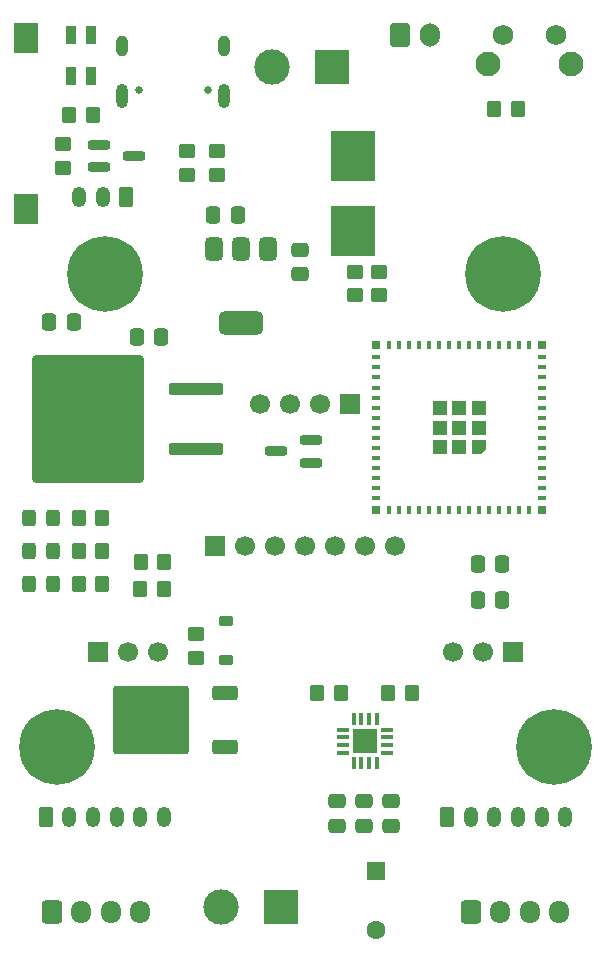
<source format=gbr>
%TF.GenerationSoftware,KiCad,Pcbnew,9.0.4*%
%TF.CreationDate,2025-08-24T10:42:23+02:00*%
%TF.ProjectId,pami_2026,70616d69-5f32-4303-9236-2e6b69636164,rev?*%
%TF.SameCoordinates,Original*%
%TF.FileFunction,Soldermask,Bot*%
%TF.FilePolarity,Negative*%
%FSLAX46Y46*%
G04 Gerber Fmt 4.6, Leading zero omitted, Abs format (unit mm)*
G04 Created by KiCad (PCBNEW 9.0.4) date 2025-08-24 10:42:23*
%MOMM*%
%LPD*%
G01*
G04 APERTURE LIST*
G04 Aperture macros list*
%AMRoundRect*
0 Rectangle with rounded corners*
0 $1 Rounding radius*
0 $2 $3 $4 $5 $6 $7 $8 $9 X,Y pos of 4 corners*
0 Add a 4 corners polygon primitive as box body*
4,1,4,$2,$3,$4,$5,$6,$7,$8,$9,$2,$3,0*
0 Add four circle primitives for the rounded corners*
1,1,$1+$1,$2,$3*
1,1,$1+$1,$4,$5*
1,1,$1+$1,$6,$7*
1,1,$1+$1,$8,$9*
0 Add four rect primitives between the rounded corners*
20,1,$1+$1,$2,$3,$4,$5,0*
20,1,$1+$1,$4,$5,$6,$7,0*
20,1,$1+$1,$6,$7,$8,$9,0*
20,1,$1+$1,$8,$9,$2,$3,0*%
%AMOutline5P*
0 Free polygon, 5 corners , with rotation*
0 The origin of the aperture is its center*
0 number of corners: always 5*
0 $1 to $10 corner X, Y*
0 $11 Rotation angle, in degrees counterclockwise*
0 create outline with 5 corners*
4,1,5,$1,$2,$3,$4,$5,$6,$7,$8,$9,$10,$1,$2,$11*%
%AMOutline6P*
0 Free polygon, 6 corners , with rotation*
0 The origin of the aperture is its center*
0 number of corners: always 6*
0 $1 to $12 corner X, Y*
0 $13 Rotation angle, in degrees counterclockwise*
0 create outline with 6 corners*
4,1,6,$1,$2,$3,$4,$5,$6,$7,$8,$9,$10,$11,$12,$1,$2,$13*%
%AMOutline7P*
0 Free polygon, 7 corners , with rotation*
0 The origin of the aperture is its center*
0 number of corners: always 7*
0 $1 to $14 corner X, Y*
0 $15 Rotation angle, in degrees counterclockwise*
0 create outline with 7 corners*
4,1,7,$1,$2,$3,$4,$5,$6,$7,$8,$9,$10,$11,$12,$13,$14,$1,$2,$15*%
%AMOutline8P*
0 Free polygon, 8 corners , with rotation*
0 The origin of the aperture is its center*
0 number of corners: always 8*
0 $1 to $16 corner X, Y*
0 $17 Rotation angle, in degrees counterclockwise*
0 create outline with 8 corners*
4,1,8,$1,$2,$3,$4,$5,$6,$7,$8,$9,$10,$11,$12,$13,$14,$15,$16,$1,$2,$17*%
G04 Aperture macros list end*
%ADD10R,0.800000X0.800000*%
%ADD11R,1.200000X1.200000*%
%ADD12Outline5P,-0.600000X0.600000X0.600000X0.600000X0.600000X-0.600000X-0.204000X-0.600000X-0.600000X-0.204000X90.000000*%
%ADD13R,0.800000X0.400000*%
%ADD14R,0.400000X0.800000*%
%ADD15O,1.200000X1.750000*%
%ADD16RoundRect,0.250000X-0.350000X-0.625000X0.350000X-0.625000X0.350000X0.625000X-0.350000X0.625000X0*%
%ADD17RoundRect,0.250000X0.850000X0.350000X-0.850000X0.350000X-0.850000X-0.350000X0.850000X-0.350000X0*%
%ADD18RoundRect,0.249997X2.950003X2.650003X-2.950003X2.650003X-2.950003X-2.650003X2.950003X-2.650003X0*%
%ADD19RoundRect,0.250000X-0.450000X0.350000X-0.450000X-0.350000X0.450000X-0.350000X0.450000X0.350000X0*%
%ADD20C,0.650000*%
%ADD21O,1.000000X2.100000*%
%ADD22O,1.000000X1.800000*%
%ADD23RoundRect,0.250000X-0.337500X-0.475000X0.337500X-0.475000X0.337500X0.475000X-0.337500X0.475000X0*%
%ADD24RoundRect,0.250000X-0.350000X-0.450000X0.350000X-0.450000X0.350000X0.450000X-0.350000X0.450000X0*%
%ADD25RoundRect,0.250000X0.350000X0.450000X-0.350000X0.450000X-0.350000X-0.450000X0.350000X-0.450000X0*%
%ADD26RoundRect,0.250000X0.475000X-0.337500X0.475000X0.337500X-0.475000X0.337500X-0.475000X-0.337500X0*%
%ADD27RoundRect,0.250000X-0.475000X0.337500X-0.475000X-0.337500X0.475000X-0.337500X0.475000X0.337500X0*%
%ADD28C,0.800000*%
%ADD29C,6.400000*%
%ADD30RoundRect,0.250000X-0.600000X-0.725000X0.600000X-0.725000X0.600000X0.725000X-0.600000X0.725000X0*%
%ADD31O,1.700000X1.950000*%
%ADD32RoundRect,0.250000X0.350000X0.625000X-0.350000X0.625000X-0.350000X-0.625000X0.350000X-0.625000X0*%
%ADD33R,3.000000X3.000000*%
%ADD34C,3.000000*%
%ADD35RoundRect,0.250000X-0.600000X-0.750000X0.600000X-0.750000X0.600000X0.750000X-0.600000X0.750000X0*%
%ADD36O,1.700000X2.000000*%
%ADD37C,2.100000*%
%ADD38C,1.750000*%
%ADD39R,1.700000X1.700000*%
%ADD40C,1.700000*%
%ADD41R,3.810000X4.240000*%
%ADD42R,2.000000X2.591000*%
%ADD43RoundRect,0.200000X-0.750000X-0.200000X0.750000X-0.200000X0.750000X0.200000X-0.750000X0.200000X0*%
%ADD44RoundRect,0.250000X0.450000X-0.350000X0.450000X0.350000X-0.450000X0.350000X-0.450000X-0.350000X0*%
%ADD45RoundRect,0.087500X-0.087500X0.425000X-0.087500X-0.425000X0.087500X-0.425000X0.087500X0.425000X0*%
%ADD46RoundRect,0.087500X-0.425000X0.087500X-0.425000X-0.087500X0.425000X-0.087500X0.425000X0.087500X0*%
%ADD47R,2.100000X2.100000*%
%ADD48RoundRect,0.250000X0.337500X0.475000X-0.337500X0.475000X-0.337500X-0.475000X0.337500X-0.475000X0*%
%ADD49RoundRect,0.250000X-0.325000X-0.450000X0.325000X-0.450000X0.325000X0.450000X-0.325000X0.450000X0*%
%ADD50R,0.850000X1.600000*%
%ADD51RoundRect,0.200000X0.750000X0.200000X-0.750000X0.200000X-0.750000X-0.200000X0.750000X-0.200000X0*%
%ADD52RoundRect,0.250000X2.050000X0.300000X-2.050000X0.300000X-2.050000X-0.300000X2.050000X-0.300000X0*%
%ADD53RoundRect,0.250002X4.449998X5.149998X-4.449998X5.149998X-4.449998X-5.149998X4.449998X-5.149998X0*%
%ADD54RoundRect,0.250000X-0.550000X0.550000X-0.550000X-0.550000X0.550000X-0.550000X0.550000X0.550000X0*%
%ADD55C,1.600000*%
%ADD56RoundRect,0.375000X-0.375000X0.625000X-0.375000X-0.625000X0.375000X-0.625000X0.375000X0.625000X0*%
%ADD57RoundRect,0.500000X-1.400000X0.500000X-1.400000X-0.500000X1.400000X-0.500000X1.400000X0.500000X0*%
%ADD58RoundRect,0.225000X0.375000X-0.225000X0.375000X0.225000X-0.375000X0.225000X-0.375000X-0.225000X0*%
G04 APERTURE END LIST*
D10*
%TO.C,U2*%
X233000000Y-54000000D03*
X219000000Y-54000000D03*
X219000000Y-68000000D03*
X233000000Y-68000000D03*
D11*
X227650000Y-59350000D03*
X226000000Y-59350000D03*
X224350000Y-59350000D03*
X227650000Y-61000000D03*
X226000000Y-61000000D03*
X224350000Y-61000000D03*
D12*
X227650000Y-62650000D03*
D11*
X226000000Y-62650000D03*
X224350000Y-62650000D03*
D13*
X233000000Y-66950000D03*
X233000000Y-66100000D03*
X233000000Y-65250000D03*
X233000000Y-64400000D03*
X233000000Y-63550000D03*
X233000000Y-62700000D03*
X233000000Y-61850000D03*
X233000000Y-61000000D03*
X233000000Y-60150000D03*
X233000000Y-59300000D03*
X233000000Y-58450000D03*
X233000000Y-57600000D03*
X233000000Y-56750000D03*
X233000000Y-55900000D03*
X233000000Y-55050000D03*
D14*
X231950000Y-54000000D03*
X231100000Y-54000000D03*
X230250000Y-54000000D03*
X229400000Y-54000000D03*
X228550000Y-54000000D03*
X227700000Y-54000000D03*
X226850000Y-54000000D03*
X226000000Y-54000000D03*
X225150000Y-54000000D03*
X224300000Y-54000000D03*
X223450000Y-54000000D03*
X222600000Y-54000000D03*
X221750000Y-54000000D03*
X220900000Y-54000000D03*
X220050000Y-54000000D03*
D13*
X219000000Y-55050000D03*
X219000000Y-55900000D03*
X219000000Y-56750000D03*
X219000000Y-57600000D03*
X219000000Y-58450000D03*
X219000000Y-59300000D03*
X219000000Y-60150000D03*
X219000000Y-61000000D03*
X219000000Y-61850000D03*
X219000000Y-62700000D03*
X219000000Y-63550000D03*
X219000000Y-64400000D03*
X219000000Y-65250000D03*
X219000000Y-66100000D03*
X219000000Y-66950000D03*
D14*
X220050000Y-68000000D03*
X220900000Y-68000000D03*
X221750000Y-68000000D03*
X222600000Y-68000000D03*
X223450000Y-68000000D03*
X224300000Y-68000000D03*
X225150000Y-68000000D03*
X226000000Y-68000000D03*
X226850000Y-68000000D03*
X227700000Y-68000000D03*
X228550000Y-68000000D03*
X229400000Y-68000000D03*
X230250000Y-68000000D03*
X231100000Y-68000000D03*
X231950000Y-68000000D03*
%TD*%
D15*
%TO.C,J11*%
X201000000Y-94000000D03*
X199000000Y-94000000D03*
X197000000Y-94000000D03*
X195000000Y-94000000D03*
X193000000Y-94000000D03*
D16*
X191000000Y-94000000D03*
%TD*%
D17*
%TO.C,Q1*%
X206222000Y-88006000D03*
X206222000Y-83446000D03*
D18*
X199922000Y-85726000D03*
%TD*%
D19*
%TO.C,R13*%
X205486000Y-37592000D03*
X205486000Y-39592000D03*
%TD*%
%TO.C,R12*%
X202946000Y-37608000D03*
X202946000Y-39608000D03*
%TD*%
D20*
%TO.C,J8*%
X204710000Y-32405000D03*
X198930000Y-32405000D03*
D21*
X206140000Y-32905000D03*
D22*
X206140000Y-28725000D03*
D21*
X197500000Y-32905000D03*
D22*
X197500000Y-28725000D03*
%TD*%
D23*
%TO.C,C24*%
X227584000Y-75565000D03*
X229659000Y-75565000D03*
%TD*%
D15*
%TO.C,J12*%
X235000000Y-94000000D03*
X233000000Y-94000000D03*
X231000000Y-94000000D03*
X229000000Y-94000000D03*
X227000000Y-94000000D03*
D16*
X225000000Y-94000000D03*
%TD*%
D24*
%TO.C,R8*%
X199041000Y-72390000D03*
X201041000Y-72390000D03*
%TD*%
D25*
%TO.C,R7*%
X201009000Y-74676000D03*
X199009000Y-74676000D03*
%TD*%
%TO.C,R6*%
X221996000Y-83439000D03*
X219996000Y-83439000D03*
%TD*%
D24*
%TO.C,R2*%
X214011000Y-83439000D03*
X216011000Y-83439000D03*
%TD*%
D26*
%TO.C,C3*%
X220235000Y-94725000D03*
X220235000Y-92650000D03*
%TD*%
D27*
%TO.C,C2*%
X217949000Y-92650000D03*
X217949000Y-94725000D03*
%TD*%
D26*
%TO.C,C1*%
X215663000Y-94725000D03*
X215663000Y-92650000D03*
%TD*%
D28*
%TO.C,H2*%
X227297056Y-48000000D03*
X228000000Y-46302944D03*
X228000000Y-49697056D03*
X229697056Y-45600000D03*
D29*
X229697056Y-48000000D03*
D28*
X229697056Y-50400000D03*
X231394112Y-46302944D03*
X231394112Y-49697056D03*
X232097056Y-48000000D03*
%TD*%
D30*
%TO.C,J9*%
X191500000Y-102000000D03*
D31*
X194000000Y-102000000D03*
X196500000Y-102000000D03*
X199000000Y-102000000D03*
%TD*%
D32*
%TO.C,J7*%
X197834000Y-41444000D03*
D15*
X195834000Y-41444000D03*
X193834000Y-41444000D03*
%TD*%
D33*
%TO.C,J4*%
X210947000Y-101600000D03*
D34*
X205867000Y-101600000D03*
%TD*%
D28*
%TO.C,H4*%
X231600000Y-88000000D03*
X232302944Y-86302944D03*
X232302944Y-89697056D03*
X234000000Y-85600000D03*
D29*
X234000000Y-88000000D03*
D28*
X234000000Y-90400000D03*
X235697056Y-86302944D03*
X235697056Y-89697056D03*
X236400000Y-88000000D03*
%TD*%
D35*
%TO.C,SW2*%
X221000000Y-27712500D03*
D36*
X223500000Y-27712500D03*
%TD*%
D37*
%TO.C,SW1*%
X228475000Y-30202500D03*
X235485000Y-30202500D03*
D38*
X229725000Y-27712500D03*
X234225000Y-27712500D03*
%TD*%
D39*
%TO.C,J1*%
X216810000Y-59000000D03*
D40*
X214270000Y-59000000D03*
X211730000Y-59000000D03*
X209190000Y-59000000D03*
%TD*%
D41*
%TO.C,F1*%
X217000000Y-38000000D03*
X217000000Y-44370000D03*
%TD*%
D39*
%TO.C,J14*%
X230540000Y-80000000D03*
D40*
X228000000Y-80000000D03*
X225460000Y-80000000D03*
%TD*%
D28*
%TO.C,H1*%
X193600000Y-48000000D03*
X194302944Y-46302944D03*
X194302944Y-49697056D03*
X196000000Y-45600000D03*
D29*
X196000000Y-48000000D03*
D28*
X196000000Y-50400000D03*
X197697056Y-46302944D03*
X197697056Y-49697056D03*
X198400000Y-48000000D03*
%TD*%
D39*
%TO.C,J10*%
X205380000Y-71000000D03*
D40*
X207920000Y-71000000D03*
X210460000Y-71000000D03*
X213000000Y-71000000D03*
X215540000Y-71000000D03*
X218080000Y-71000000D03*
X220620000Y-71000000D03*
%TD*%
D30*
%TO.C,J3*%
X227000000Y-102000000D03*
D31*
X229500000Y-102000000D03*
X232000000Y-102000000D03*
X234500000Y-102000000D03*
%TD*%
D42*
%TO.C,SW4*%
X189357000Y-28000000D03*
X189357000Y-42503500D03*
%TD*%
D39*
%TO.C,J2*%
X195460000Y-80000000D03*
D40*
X198000000Y-80000000D03*
X200540000Y-80000000D03*
%TD*%
D28*
%TO.C,H3*%
X189600000Y-88000000D03*
X190302944Y-86302944D03*
X190302944Y-89697056D03*
X192000000Y-85600000D03*
D29*
X192000000Y-88000000D03*
D28*
X192000000Y-90400000D03*
X193697056Y-86302944D03*
X193697056Y-89697056D03*
X194400000Y-88000000D03*
%TD*%
D43*
%TO.C,Q3*%
X198500000Y-38000000D03*
X195500000Y-38950000D03*
X195500000Y-37050000D03*
%TD*%
D44*
%TO.C,R4*%
X192500000Y-39000000D03*
X192500000Y-37000000D03*
%TD*%
D19*
%TO.C,R17*%
X219202000Y-47784000D03*
X219202000Y-49784000D03*
%TD*%
D45*
%TO.C,U1*%
X217084000Y-85678500D03*
X217734000Y-85678500D03*
X218384000Y-85678500D03*
X219034000Y-85678500D03*
D46*
X219921500Y-86566000D03*
X219921500Y-87216000D03*
X219921500Y-87866000D03*
X219921500Y-88516000D03*
D45*
X219034000Y-89403500D03*
X218384000Y-89403500D03*
X217734000Y-89403500D03*
X217084000Y-89403500D03*
D46*
X216196500Y-88516000D03*
X216196500Y-87866000D03*
X216196500Y-87216000D03*
X216196500Y-86566000D03*
D47*
X218059000Y-87541000D03*
%TD*%
D48*
%TO.C,C11*%
X200787000Y-53340000D03*
X198712000Y-53340000D03*
%TD*%
D27*
%TO.C,C9*%
X212518000Y-45947000D03*
X212518000Y-48022000D03*
%TD*%
D49*
%TO.C,D4*%
X191614000Y-74240000D03*
X189564000Y-74240000D03*
%TD*%
D19*
%TO.C,R16*%
X217202000Y-47784000D03*
X217202000Y-49784000D03*
%TD*%
D24*
%TO.C,R3*%
X193000000Y-34500000D03*
X195000000Y-34500000D03*
%TD*%
%TO.C,R11*%
X195802000Y-74240000D03*
X193802000Y-74240000D03*
%TD*%
D50*
%TO.C,D8*%
X193125000Y-27750000D03*
X194875000Y-27750000D03*
X194875000Y-31250000D03*
X193125000Y-31250000D03*
%TD*%
D24*
%TO.C,R1*%
X229000000Y-34000000D03*
X231000000Y-34000000D03*
%TD*%
D51*
%TO.C,Q2*%
X210500000Y-63000000D03*
X213500000Y-62050000D03*
X213500000Y-63950000D03*
%TD*%
D48*
%TO.C,C12*%
X193400000Y-52018000D03*
X191325000Y-52018000D03*
%TD*%
D52*
%TO.C,U4*%
X203702000Y-57766000D03*
D53*
X194552000Y-60306000D03*
D52*
X203702000Y-62846000D03*
%TD*%
D54*
%TO.C,C18*%
X219000000Y-98500000D03*
D55*
X219000000Y-103500000D03*
%TD*%
D23*
%TO.C,C25*%
X227584000Y-72555000D03*
X229659000Y-72555000D03*
%TD*%
D49*
%TO.C,D2*%
X191614000Y-68652000D03*
X189564000Y-68652000D03*
%TD*%
D24*
%TO.C,R10*%
X195786000Y-71446000D03*
X193786000Y-71446000D03*
%TD*%
D49*
%TO.C,D3*%
X191614000Y-71446000D03*
X189564000Y-71446000D03*
%TD*%
D56*
%TO.C,U3*%
X205218000Y-45872000D03*
X207518000Y-45872000D03*
D57*
X207518000Y-52172000D03*
D56*
X209818000Y-45872000D03*
%TD*%
D48*
%TO.C,C10*%
X207264000Y-43022000D03*
X205189000Y-43022000D03*
%TD*%
D19*
%TO.C,R5*%
X203708000Y-78500000D03*
X203708000Y-80500000D03*
%TD*%
D24*
%TO.C,R9*%
X195786000Y-68652000D03*
X193786000Y-68652000D03*
%TD*%
D33*
%TO.C,SW3*%
X215265000Y-30500000D03*
D34*
X210185000Y-30500000D03*
%TD*%
D58*
%TO.C,D5*%
X206248000Y-80650000D03*
X206248000Y-77350000D03*
%TD*%
M02*

</source>
